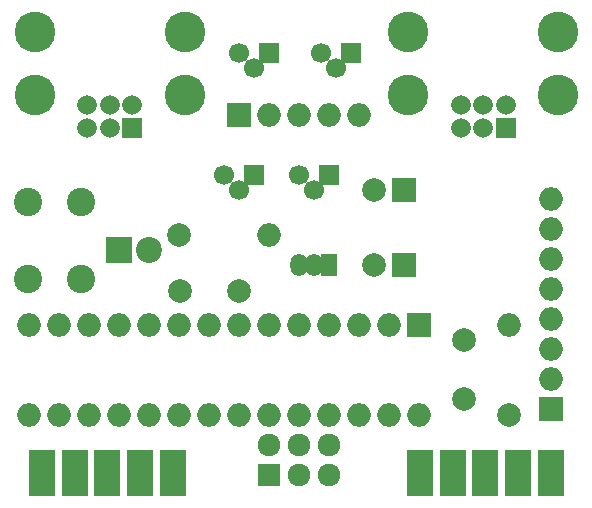
<source format=gts>
G04 #@! TF.GenerationSoftware,KiCad,Pcbnew,5.1.5+dfsg1-2build2*
G04 #@! TF.CreationDate,2020-11-12T23:36:01+01:00*
G04 #@! TF.ProjectId,nunchuk64-tht,6e756e63-6875-46b3-9634-2d7468742e6b,rev?*
G04 #@! TF.SameCoordinates,Original*
G04 #@! TF.FileFunction,Soldermask,Top*
G04 #@! TF.FilePolarity,Negative*
%FSLAX46Y46*%
G04 Gerber Fmt 4.6, Leading zero omitted, Abs format (unit mm)*
G04 Created by KiCad (PCBNEW 5.1.5+dfsg1-2build2) date 2020-11-12 23:36:01*
%MOMM*%
%LPD*%
G04 APERTURE LIST*
%ADD10R,1.924000X1.924000*%
%ADD11C,1.924000*%
%ADD12O,2.000000X2.000000*%
%ADD13R,2.000000X2.000000*%
%ADD14R,2.200000X2.200000*%
%ADD15C,2.200000*%
%ADD16C,2.000000*%
%ADD17R,1.450000X1.900000*%
%ADD18O,1.450000X1.900000*%
%ADD19R,1.700000X1.700000*%
%ADD20C,1.700000*%
%ADD21R,1.670000X1.670000*%
%ADD22C,1.670000*%
%ADD23C,3.448000*%
%ADD24R,2.246667X3.880000*%
%ADD25C,2.400000*%
G04 APERTURE END LIST*
D10*
X99060000Y-111760000D03*
D11*
X99060000Y-109220000D03*
X101600000Y-111760000D03*
X101600000Y-109220000D03*
X104140000Y-111760000D03*
X104140000Y-109220000D03*
D12*
X122936000Y-88392000D03*
X122936000Y-90932000D03*
X122936000Y-93472000D03*
X122936000Y-96012000D03*
X122936000Y-98552000D03*
X122936000Y-101092000D03*
X122936000Y-103632000D03*
D13*
X122936000Y-106172000D03*
D14*
X86360000Y-92710000D03*
D15*
X88900000Y-92710000D03*
D12*
X106680000Y-81280000D03*
X104140000Y-81280000D03*
X101600000Y-81280000D03*
X99060000Y-81280000D03*
D13*
X96520000Y-81280000D03*
D16*
X107990000Y-87630000D03*
D13*
X110490000Y-87630000D03*
D16*
X107990000Y-93980000D03*
D13*
X110490000Y-93980000D03*
D17*
X104140000Y-93980000D03*
D18*
X101600000Y-93980000D03*
X102870000Y-93980000D03*
D19*
X104140000Y-86360000D03*
D20*
X101600000Y-86360000D03*
X102870000Y-87630000D03*
D19*
X97790000Y-86360000D03*
D20*
X95250000Y-86360000D03*
X96520000Y-87630000D03*
D19*
X106045000Y-76073000D03*
D20*
X103505000Y-76073000D03*
X104775000Y-77343000D03*
D19*
X99060000Y-76073000D03*
D20*
X96520000Y-76073000D03*
X97790000Y-77343000D03*
D12*
X119380000Y-99060000D03*
D16*
X119380000Y-106680000D03*
X91440000Y-91440000D03*
D12*
X99060000Y-91440000D03*
D16*
X115570000Y-105330000D03*
X115570000Y-100330000D03*
X91520000Y-96202500D03*
X96520000Y-96202500D03*
D12*
X111760000Y-106680000D03*
X78740000Y-99060000D03*
X109220000Y-106680000D03*
X81280000Y-99060000D03*
X106680000Y-106680000D03*
X83820000Y-99060000D03*
X104140000Y-106680000D03*
X86360000Y-99060000D03*
X101600000Y-106680000D03*
X88900000Y-99060000D03*
X99060000Y-106680000D03*
X91440000Y-99060000D03*
X96520000Y-106680000D03*
X93980000Y-99060000D03*
X93980000Y-106680000D03*
X96520000Y-99060000D03*
X91440000Y-106680000D03*
X99060000Y-99060000D03*
X88900000Y-106680000D03*
X101600000Y-99060000D03*
X86360000Y-106680000D03*
X104140000Y-99060000D03*
X83820000Y-106680000D03*
X106680000Y-99060000D03*
X81280000Y-106680000D03*
X109220000Y-99060000D03*
X78740000Y-106680000D03*
D13*
X111760000Y-99060000D03*
D21*
X119105000Y-82388000D03*
D22*
X119105000Y-80483000D03*
X117200000Y-82388000D03*
X117200000Y-80483000D03*
X115295000Y-82388000D03*
X115295000Y-80483000D03*
D23*
X123550000Y-79594000D03*
X110850000Y-74260000D03*
X123550000Y-74260000D03*
X110850000Y-79594000D03*
D24*
X90940000Y-111600000D03*
X88170000Y-111600000D03*
X85400000Y-111600000D03*
X82630000Y-111600000D03*
X79860000Y-111600000D03*
X122940000Y-111600000D03*
X120170000Y-111600000D03*
X117400000Y-111600000D03*
X114630000Y-111600000D03*
X111860000Y-111600000D03*
D21*
X87505000Y-82388000D03*
D22*
X87505000Y-80483000D03*
X85600000Y-82388000D03*
X85600000Y-80483000D03*
X83695000Y-82388000D03*
X83695000Y-80483000D03*
D23*
X91950000Y-79594000D03*
X79250000Y-74260000D03*
X91950000Y-74260000D03*
X79250000Y-79594000D03*
D25*
X83200000Y-95200000D03*
X78700000Y-95200000D03*
X83200000Y-88700000D03*
X78700000Y-88700000D03*
M02*

</source>
